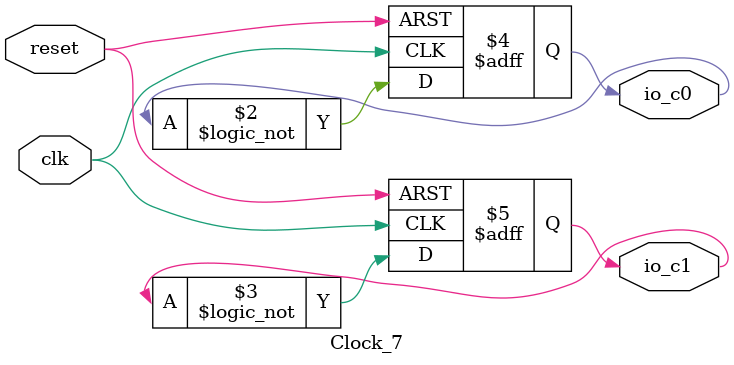
<source format=v>

`timescale 1ns/1ps

module Clock_7 (
  output reg          io_c0,
  output reg          io_c1,
  input               clk,
  input               reset
);


  always @(posedge clk or posedge reset) begin
    if(reset) begin
      io_c0 <= 1'b0;
      io_c1 <= 1'b0;
    end else begin
      io_c0 <= (! io_c0);
      io_c1 <= (! io_c1);
    end
  end


endmodule

</source>
